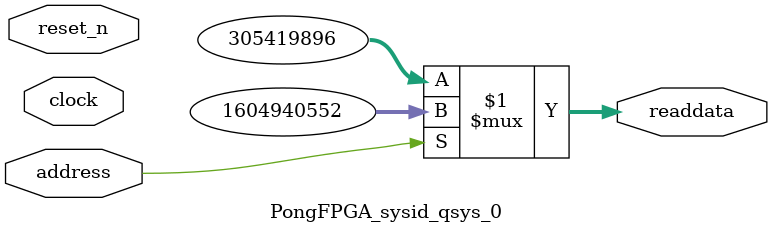
<source format=v>



// synthesis translate_off
`timescale 1ns / 1ps
// synthesis translate_on

// turn off superfluous verilog processor warnings 
// altera message_level Level1 
// altera message_off 10034 10035 10036 10037 10230 10240 10030 

module PongFPGA_sysid_qsys_0 (
               // inputs:
                address,
                clock,
                reset_n,

               // outputs:
                readdata
             )
;

  output  [ 31: 0] readdata;
  input            address;
  input            clock;
  input            reset_n;

  wire    [ 31: 0] readdata;
  //control_slave, which is an e_avalon_slave
  assign readdata = address ? 1604940552 : 305419896;

endmodule



</source>
